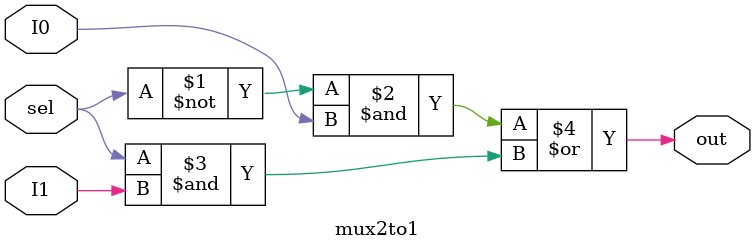
<source format=sv>
module mux8to1(in,sel,out);
  input [7:0]in;
  input [2:0] sel;
  output out;
  wire w1,w2,w3,w4,w5,w6;
  mux2to1 m1(in[0],in[1],sel[0],w1);
  mux2to1 m2(in[2],in[3],sel[0],w2);
  mux2to1 m3(in[4],in[5],sel[0],w3);
  mux2to1 m4(in[6],in[7],sel[0],w4);
  mux2to1 m5(w1,w2,sel[1],w5);
  mux2to1 m6(w3,w4,sel[1],w6);
  mux2to1 m7(w5,w6,sel[2],out);
endmodule
module mux2to1(I0,I1,sel,out);
  input I0,I1,sel;
  output out;
  assign out=((~sel)&I0)|(sel&I1);
endmodule

</source>
